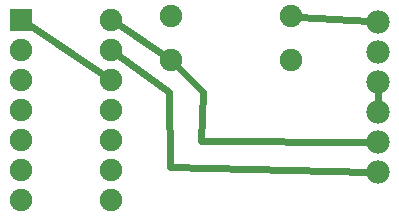
<source format=gbl>
G04 MADE WITH FRITZING*
G04 WWW.FRITZING.ORG*
G04 DOUBLE SIDED*
G04 HOLES PLATED*
G04 CONTOUR ON CENTER OF CONTOUR VECTOR*
%ASAXBY*%
%FSLAX23Y23*%
%MOIN*%
%OFA0B0*%
%SFA1.0B1.0*%
%ADD10C,0.078000*%
%ADD11C,0.075000*%
%ADD12R,0.075000X0.075000*%
%ADD13C,0.024000*%
%LNCOPPER0*%
G90*
G70*
G54D10*
X1301Y805D03*
X1301Y705D03*
X1301Y605D03*
X1301Y505D03*
X1301Y405D03*
X1301Y305D03*
G54D11*
X111Y813D03*
X411Y813D03*
X111Y713D03*
X411Y713D03*
X111Y613D03*
X411Y613D03*
X111Y513D03*
X411Y513D03*
X111Y413D03*
X411Y413D03*
X111Y313D03*
X411Y313D03*
X111Y213D03*
X411Y213D03*
X1011Y824D03*
X611Y824D03*
X1011Y679D03*
X611Y679D03*
G54D12*
X111Y813D03*
G54D13*
X1040Y822D02*
X1271Y807D01*
D02*
X387Y629D02*
X135Y797D01*
D02*
X434Y696D02*
X604Y571D01*
D02*
X609Y322D02*
X1271Y305D01*
D02*
X604Y571D02*
X609Y322D01*
D02*
X587Y695D02*
X435Y797D01*
D02*
X720Y571D02*
X631Y659D01*
D02*
X713Y408D02*
X720Y571D01*
D02*
X1271Y405D02*
X713Y408D01*
D02*
X1301Y535D02*
X1301Y575D01*
G04 End of Copper0*
M02*
</source>
